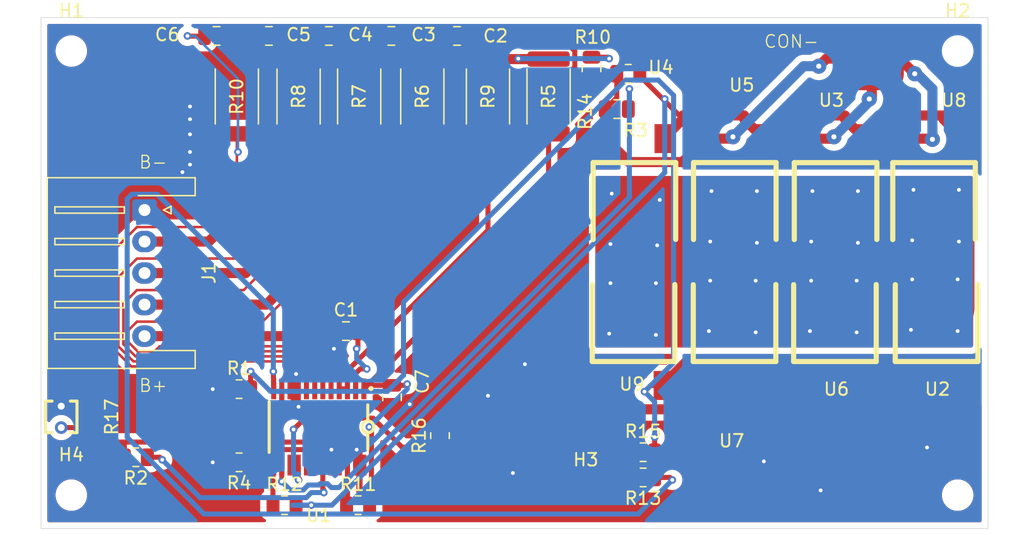
<source format=kicad_pcb>
(kicad_pcb (version 20240108) (generator "pcbnew") (generator_version "8.0")
  (layers (0 "F.Cu" signal) (31 "B.Cu" signal) (34 "B.Paste" user) (35 "F.Paste" user) (36 "B.SilkS" user "B.Silkscreen") (37 "F.SilkS" user "F.Silkscreen") (38 "B.Mask" user) (39 "F.Mask" user) (44 "Edge.Cuts" user))
  (net 0 "")
  (net 1 "GND")
  (net 2 "Net-(U1-AVDD)")
  (net 3 "Net-(U1-VC4)")
  (net 4 "Net-(U1-VC3)")
  (net 5 "Net-(U1-VC2)")
  (net 6 "Net-(U1-VC1)")
  (net 7 "Net-(U1-VC0)")
  (net 8 "Net-(U1-VDD)")
  (net 9 "Net-(J1-Pin_2)")
  (net 10 "Pack+")
  (net 11 "Net-(J1-Pin_4)")
  (net 12 "Net-(J1-Pin_3)")
  (net 13 "Net-(U1-SRN)")
  (net 14 "Net-(U1-TS)")
  (net 15 "Net-(U1-VTB)")
  (net 16 "Net-(U1-LD)")
  (net 17 "Pack-")
  (net 18 "Net-(U1-OCDP)")
  (net 19 "Net-(U1-PRES)")
  (net 20 "Net-(U1-CHG)")
  (net 21 "Net-(U3-G)")
  (net 22 "Net-(U1-DSG)")
  (net 23 "Net-(U2-G)")
  (net 24 "Net-(U1-CBI)")
  (net 27 "D")
  (footprint "easyeda2kicad:TSSOP-24_L7.8-W4.4-P0.65-LS6.4-BL" (layer "F.Cu") (at 62 72.2 180)
    (property "Reference" "U1")
    (property "Value" "BQ7791500PWR")
  )
  (footprint "Resistor_SMD:R_0805_2012Metric" (layer "F.Cu") (at 55.6875 75 180)
    (property "Reference" "R4")
    (property "Value" "100k")
  )
  (footprint "Resistor_SMD:R_2512_6332Metric" (layer "F.Cu") (at 60.4 46 -90)
    (property "Reference" "R8")
    (property "Value" "1k")
  )
  (footprint "easyeda2kicad:TO-252-3_L6.5-W6.1-P4.58-LS9.9-BR" (layer "F.Cu") (at 102.88 65.78 -90)
    (property "Reference" "U6")
    (property "Value" "IRFR3707ZTRPBF-VB")
  )
  (footprint "Pegoku:TestPoint" (layer "F.Cu") (at 103.33575 45.5)
    (property "Reference" "TP2" (hide yes))
    (property "Value" "TestPoint")
  )
  (footprint "easyeda2kicad:TO-252-3_L6.5-W6.1-P4.58-LS9.9-BR" (layer "F.Cu") (at 94.93 65.78 -90)
    (property "Reference" "U7")
    (property "Value" "IRFR3707ZTRPBF-VB")
  )
  (footprint "MountingHole:MountingHole_2mm" (layer "F.Cu") (at 112.6 77.6)
    (property "Reference" "H3")
    (property "Value" "MountingHole")
  )
  (footprint "Resistor_SMD:R_0805_2012Metric" (layer "F.Cu") (at 87.6875 74.2)
    (property "Reference" "R15")
    (property "Value" "1M")
  )
  (footprint "MountingHole:MountingHole_2mm" (layer "F.Cu") (at 112.6 42.4)
    (property "Reference" "H2")
    (property "Value" "MountingHole")
  )
  (footprint "easyeda2kicad:TO-252-3_L6.5-W6.1-P4.58-LS9.9-BR" (layer "F.Cu") (at 94.95 52.47 90)
    (property "Reference" "U5")
    (property "Value" "IRFR3707ZTRPBF-VB")
  )
  (footprint "MountingHole:MountingHole_2mm" (layer "F.Cu") (at 42.4 42.4)
    (property "Reference" "H1")
    (property "Value" "MountingHole")
  )
  (footprint "Resistor_SMD:R_0805_2012Metric" (layer "F.Cu") (at 71.6 72.8875 90)
    (property "Reference" "R16")
    (property "Value" "10k")
  )
  (footprint "Resistor_SMD:R_0805_2012Metric" (layer "F.Cu") (at 83.6 43.8 -90)
    (property "Reference" "R10")
    (property "Value" "1k")
  )
  (footprint "easyeda2kicad:RES-TH_L2.5-W2.5-P1.70-D0.3" (layer "F.Cu") (at 41.6 71.4 -90)
    (property "Reference" "R17")
    (property "Value" "MF52A1103F3950(P334-4)")
  )
  (footprint "easyeda2kicad:TO-252-3_L6.5-W6.1-P4.58-LS9.9-BR" (layer "F.Cu") (at 102.93 52.475 90)
    (property "Reference" "U3")
    (property "Value" "IRFR3707ZTRPBF-VB")
  )
  (footprint "Resistor_SMD:R_2512_6332Metric" (layer "F.Cu") (at 75.4 46 -90)
    (property "Reference" "R9")
    (property "Value" "1k")
  )
  (footprint "Resistor_SMD:R_0805_2012Metric" (layer "F.Cu") (at 59.2875 78.4)
    (property "Reference" "R12")
    (property "Value" "1k")
  )
  (footprint "Resistor_SMD:R_2512_6332Metric" (layer "F.Cu") (at 80.2 46 -90)
    (property "Reference" "R5")
    (property "Value" "1k")
  )
  (footprint "Capacitor_SMD:C_0805_2012Metric" (layer "F.Cu") (at 64.15 64.6)
    (property "Reference" "C1")
    (property "Value" "1uF")
  )
  (footprint "MountingHole:MountingHole_2mm" (layer "F.Cu") (at 42.4 77.6)
    (property "Reference" "H4")
    (property "Value" "MountingHole")
  )
  (footprint "easyeda2kicad:TO-252-3_L6.5-W6.1-P4.58-LS9.9-BR" (layer "F.Cu") (at 87 52.47 90)
    (property "Reference" "U4")
    (property "Value" "IRFR3707ZTRPBF-VB")
  )
  (footprint "Resistor_SMD:R_0805_2012Metric" (layer "F.Cu") (at 86.5125 44.2 180)
    (property "Reference" "R14")
    (property "Value" "1M")
  )
  (footprint "Capacitor_SMD:C_0805_2012Metric" (layer "F.Cu") (at 58.05 41.2)
    (property "Reference" "C5")
    (property "Value" "0.1uF")
  )
  (footprint "easyeda2kicad:TO-252-3_L6.5-W6.1-P4.58-LS9.9-BR" (layer "F.Cu") (at 110.93 65.78 -90)
    (property "Reference" "U2")
    (property "Value" "IRFR3707ZTRPBF-VB")
  )
  (footprint "Resistor_SMD:R_2512_6332Metric" (layer "F.Cu") (at 70.2 46 -90)
    (property "Reference" "R6")
    (property "Value" "1k")
  )
  (footprint "Capacitor_SMD:C_0805_2012Metric" (layer "F.Cu") (at 62.8 41.2)
    (property "Reference" "C4")
    (property "Value" "0.1uF")
  )
  (footprint "Resistor_SMD:R_0805_2012Metric" (layer "F.Cu") (at 87.6875 76.2 180)
    (property "Reference" "R13")
    (property "Value" "4.5k")
  )
  (footprint "Resistor_SMD:R_2512_6332Metric" (layer "F.Cu") (at 65.2 46 -90)
    (property "Reference" "R7")
    (property "Value" "1k")
  )
  (footprint "Resistor_SMD:R_2512_6332Metric" (layer "F.Cu") (at 55.51 46 -90)
    (property "Reference" "R10")
    (property "Value" "1k")
  )
  (footprint "Resistor_SMD:R_0805_2012Metric" (layer "F.Cu") (at 65.1125 78.4)
    (property "Reference" "R11")
    (property "Value" "10k")
  )
  (footprint "easyeda2kicad:TO-252-3_L6.5-W6.1-P4.58-LS9.9-BR" (layer "F.Cu") (at 110.73 52.475 90)
    (property "Reference" "U8")
    (property "Value" "IRFR3707ZTRPBF-VB")
  )
  (footprint "Connector_JST:JST_XH_S5B-XH-A-1_1x05_P2.50mm_Horizontal" (layer "F.Cu") (at 48.2 55 -90)
    (property "Reference" "J1")
    (property "Value" "Conn_01x05")
  )
  (footprint "Capacitor_SMD:C_0805_2012Metric" (layer "F.Cu") (at 72.95 41.2)
    (property "Reference" "C2")
    (property "Value" "0.1uF")
  )
  (footprint "Capacitor_SMD:C_0805_2012Metric" (layer "F.Cu") (at 67.8 69.85 90)
    (property "Reference" "C7")
    (property "Value" "1uF")
  )
  (footprint "Resistor_SMD:R_0805_2012Metric" (layer "F.Cu") (at 55.6875 69.2)
    (property "Reference" "R1")
    (property "Value" "R")
  )
  (footprint "Capacitor_SMD:C_0805_2012Metric" (layer "F.Cu") (at 67.75 41.2)
    (property "Reference" "C3")
    (property "Value" "0.1uF")
  )
  (footprint "Resistor_SMD:R_0805_2012Metric" (layer "F.Cu") (at 47.5125 74.6 180)
    (property "Reference" "R2")
    (property "Value" "10k")
  )
  (footprint "Capacitor_SMD:C_0805_2012Metric" (layer "F.Cu") (at 53.9 41.2)
    (property "Reference" "C6")
    (property "Value" "0.1uF")
  )
  (footprint "Resistor_SMD:R_0805_2012Metric" (layer "F.Cu") (at 85.6 47 180)
    (property "Reference" "R3")
    (property "Value" "470k")
  )
  (footprint "easyeda2kicad:TO-252-3_L6.5-W6.1-P4.58-LS9.9-BR" (layer "F.Cu") (at 86.93 65.78 -90)
    (property "Reference" "U9")
    (property "Value" "IRFR3707ZTRPBF-VB")
  )
  (gr_rect (start 40 39.75) (end 115 80.25) (stroke (width 0.05)) (fill none) (layer "Edge.Cuts"))
  (gr_text "B-\n\n\n\n\n\n\n\n\n\n\nB+" (at 47.7 69.5 0) (layer "F.SilkS") (effects (font (size 1 1) (thickness 0.1)) (justify left bottom)))
  (gr_text "CON-\n" (at 97.2 42.225 0) (layer "F.SilkS") (effects (font (size 1 1) (thickness 0.1)) (justify left bottom)))
  (segment (start 57.1 41.2) (end 57.1 41.4475) (width 0.4) (layer "F.Cu") (net 1))
  (segment (start 62.97 75.22) (end 62.97 74.03) (width 0.2) (layer "F.Cu") (net 1))
  (segment (start 54.775 75) (end 53.6 75) (width 0.4) (layer "F.Cu") (net 1))
  (segment (start 51.8 51.4) (end 51.2 52) (width 0.8) (layer "F.Cu") (net 1))
  (segment (start 64.92 74.08) (end 65 74) (width 0.4) (layer "F.Cu") (net 1))
  (segment (start 51.8 50.4) (end 51.8 51.4) (width 0.8) (layer "F.Cu") (net 1))
  (segment (start 51.8 47.8) (end 51.8 49) (width 0.8) (layer "F.Cu") (net 1))
  (segment (start 51.8 46.7475) (end 51.8 46.8) (width 0.8) (layer "F.Cu") (net 1))
  (segment (start 70.375 71.975) (end 69 70.6) (width 0.4) (layer "F.Cu") (net 1))
  (segment (start 54.775 69.2) (end 53.6 69.2) (width 0.4) (layer "F.Cu") (net 1))
  (segment (start 60.37 69.18) (end 60.37 70.57) (width 0.4) (layer "F.Cu") (net 1))
  (segment (start 54.85 41.22) (end 57.08 41.22) (width 0.4) (layer "F.Cu") (net 1))
  (segment (start 55.51 43.0375) (end 51.8 46.7475) (width 0.8) (layer "F.Cu") (net 1))
  (segment (start 71.6 71.975) (end 70.375 71.975) (width 0.4) (layer "F.Cu") (net 1))
  (segment (start 60.37 69.18) (end 60.37 68.17) (width 0.4) (layer "F.Cu") (net 1))
  (segment (start 63.2 64.6) (end 63.2 66) (width 0.4) (layer "F.Cu") (net 1))
  (segment (start 69.2 70.4) (end 69 70.6) (width 0.4) (layer "F.Cu") (net 1))
  (segment (start 51.2 52) (end 48.2 55) (width 0.8) (layer "F.Cu") (net 1))
  (segment (start 57.08 41.22) (end 57.1 41.2) (width 0.4) (layer "F.Cu") (net 1))
  (segment (start 65.57 75.22) (end 64.92 75.22) (width 0.4) (layer "F.Cu") (net 1))
  (segment (start 51.8 49) (end 51.8 50.4) (width 0.8) (layer "F.Cu") (net 1))
  (segment (start 67.8 70.8) (end 68.8 70.8) (width 0.4) (layer "F.Cu") (net 1))
  (segment (start 52.25 70.55) (end 53.6 69.2) (width 0.4) (layer "F.Cu") (net 1))
  (segment (start 51.8 46.8) (end 51.8 47.8) (width 0.8) (layer "F.Cu") (net 1))
  (segment (start 68.8 70.8) (end 69.2 70.4) (width 0.4) (layer "F.Cu") (net 1))
  (segment (start 57.1 41.4475) (end 55.51 43.0375) (width 0.4) (layer "F.Cu") (net 1))
  (segment (start 62.97 74.03) (end 63 74) (width 0.2) (layer "F.Cu") (net 1))
  (segment (start 60.37 68.17) (end 60.2 68) (width 0.4) (layer "F.Cu") (net 1))
  (segment (start 60.37 69.18) (end 59.72 69.18) (width 0.4) (layer "F.Cu") (net 1))
  (segment (start 64.92 75.22) (end 64.92 74.08) (width 0.4) (layer "F.Cu") (net 1))
  (segment (start 41.6 70.55) (end 52.25 70.55) (width 0.4) (layer "F.Cu") (net 1))
  (segment (start 60.37 70.57) (end 60.4 70.6) (width 0.4) (layer "F.Cu") (net 1))
  (via (at 101.75 77.225) (size 0.6) (drill 0.3) (layers "F.Cu" "B.Cu") (net 1))
  (via (at 63.2 66) (size 0.6) (drill 0.3) (layers "F.Cu" "B.Cu") (net 1))
  (via (at 51.8 47.8) (size 0.6) (drill 0.3) (layers "F.Cu" "B.Cu") (net 1))
  (via (at 63 74) (size 0.6) (drill 0.3) (layers "F.Cu" "B.Cu") (net 1))
  (via (at 65 74) (size 0.6) (drill 0.3) (layers "F.Cu" "B.Cu") (net 1))
  (via (at 110.175 73.825) (size 0.6) (drill 0.3) (layers "F.Cu" "B.Cu") (net 1))
  (via (at 51.8 49) (size 0.6) (drill 0.3) (layers "F.Cu" "B.Cu") (net 1))
  (via (at 53.6 69.2) (size 0.6) (drill 0.3) (layers "F.Cu" "B.Cu") (net 1))
  (via (at 78.325 67.225) (size 0.6) (drill 0.3) (layers "F.Cu" "B.Cu") (net 1))
  (via (at 51.8 46.8) (size 0.6) (drill 0.3) (layers "F.Cu" "B.Cu") (net 1))
  (via (at 51.8 51.4) (size 0.6) (drill 0.3) (layers "F.Cu" "B.Cu") (net 1))
  (via (at 77.375 75.85) (size 0.6) (drill 0.3) (layers "F.Cu" "B.Cu") (net 1))
  (via (at 69.2 70.4) (size 0.6) (drill 0.3) (layers "F.Cu" "B.Cu") (net 1))
  (via (at 60.2 68) (size 0.6) (drill 0.3) (layers "F.Cu" "B.Cu") (net 1))
  (via (at 75.4 69.725) (size 0.6) (drill 0.3) (layers "F.Cu" "B.Cu") (net 1))
  (via (at 51.2 52) (size 0.6) (drill 0.3) (layers "F.Cu" "B.Cu") (net 1))
  (via (at 53.6 75) (size 0.6) (drill 0.3) (layers "F.Cu" "B.Cu") (net 1))
  (via (at 97.25 74.925) (size 0.6) (drill 0.3) (layers "F.Cu" "B.Cu") (net 1))
  (via (at 51.8 50.4) (size 0.6) (drill 0.3) (layers "F.Cu" "B.Cu") (net 1))
  (via (at 60.4 70.6) (size 0.6) (drill 0.3) (layers "F.Cu" "B.Cu") (net 1))
  (segment (start 53.6 60.4) (end 48.2 55) (width 0.4) (layer "B.Cu") (net 1))
  (segment (start 53.6 75) (end 53.6 69.6) (width 0.4) (layer "B.Cu") (net 1))
  (segment (start 61.2 68) (end 60.2 68) (width 0.4) (layer "B.Cu") (net 1))
  (segment (start 60.4 70.6) (end 55 70.6) (width 0.4) (layer "B.Cu") (net 1))
  (segment (start 64.4 74) (end 65.6 74) (width 0.4) (layer "B.Cu") (net 1))
  (segment (start 55 70.6) (end 53.6 69.2) (width 0.2) (layer "B.Cu") (net 1))
  (segment (start 53.6 69.2) (end 53.6 60.4) (width 0.4) (layer "B.Cu") (net 1))
  (segment (start 53.6 69.6) (end 53.6 69.2) (width 0.4) (layer "B.Cu") (net 1))
  (segment (start 63 74) (end 59.6 70.6) (width 0.4) (layer "B.Cu") (net 1))
  (segment (start 64.4 74) (end 63.6 74) (width 0.4) (layer "B.Cu") (net 1))
  (segment (start 53.6 69.6) (end 54 69.6) (width 0.4) (layer "B.Cu") (net 1))
  (segment (start 65.6 74) (end 69.2 70.4) (width 0.4) (layer "B.Cu") (net 1))
  (segment (start 63.2 66) (end 61.2 68) (width 0.4) (layer "B.Cu") (net 1))
  (segment (start 59.6 70.6) (end 55 70.6) (width 0.2) (layer "B.Cu") (net 1))
  (segment (start 63.6 74) (end 63 74) (width 0.4) (layer "B.Cu") (net 1))
  (segment (start 59.6 70.6) (end 60.4 70.6) (width 0.2) (layer "B.Cu") (net 1))
  (segment (start 54 69.6) (end 55 70.6) (width 0.4) (layer "B.Cu") (net 1))
  (segment (start 65 74) (end 64.4 74) (width 0.4) (layer "B.Cu") (net 1))
  (segment (start 65.1 65.9) (end 65 66) (width 0.4) (layer "F.Cu") (net 2))
  (segment (start 64.92 67.955) (end 65.275 67.6) (width 0.4) (layer "F.Cu") (net 2))
  (segment (start 64.92 69.18) (end 64.92 67.955) (width 0.4) (layer "F.Cu") (net 2))
  (segment (start 65.275 67.6) (end 65.8 67.6) (width 0.4) (layer "F.Cu") (net 2))
  (segment (start 65.1 64.6) (end 65.1 65.9) (width 0.4) (layer "F.Cu") (net 2))
  (via (at 65.8 67.6) (size 0.6) (drill 0.3) (layers "F.Cu" "B.Cu") (net 2))
  (via (at 65 66) (size 0.6) (drill 0.3) (layers "F.Cu" "B.Cu") (net 2))
  (segment (start 65 66.8) (end 65.8 67.6) (width 0.4) (layer "B.Cu") (net 2))
  (segment (start 65 66) (end 65 66.8) (width 0.4) (layer "B.Cu") (net 2))
  (segment (start 75.4 48.9625) (end 75.4 56.6) (width 0.4) (layer "F.Cu") (net 3))
  (segment (start 81.076166 41.2) (end 82.275 42.398834) (width 0.4) (layer "F.Cu") (net 3))
  (segment (start 64.27 67.73) (end 64.27 69.18) (width 0.4) (layer "F.Cu") (net 3))
  (segment (start 73.9 41.2) (end 81.076166 41.2) (width 0.4) (layer "F.Cu") (net 3))
  (segment (start 75.4 56.6) (end 64.27 67.73) (width 0.4) (layer "F.Cu") (net 3))
  (segment (start 76.988666 48.9625) (end 75.4 48.9625) (width 0.4) (layer "F.Cu") (net 3))
  (segment (start 82.275 42.398834) (end 82.275 43.676166) (width 0.4) (layer "F.Cu") (net 3))
  (segment (start 64.27 69.18) (end 63.62 69.18) (width 0.4) (layer "F.Cu") (net 3))
  (segment (start 82.275 43.676166) (end 76.988666 48.9625) (width 0.4) (layer "F.Cu") (net 3))
  (segment (start 47.648654 66.2) (end 49 66.2) (width 0.2) (layer "F.Cu") (net 4))
  (segment (start 62 65.8) (end 62.97 66.77) (width 0.2) (layer "F.Cu") (net 4))
  (segment (start 72.288064 44.688065) (end 70.2 46.776129) (width 0.4) (layer "F.Cu") (net 4))
  (segment (start 46.925 64.523654) (end 46.925 65.476346) (width 0.2) (layer "F.Cu") (net 4))
  (segment (start 46.925 65.476346) (end 47.648654 66.2) (width 0.2) (layer "F.Cu") (net 4))
  (segment (start 70.2 48.9625) (end 70.2 50.8) (width 0.2) (layer "F.Cu") (net 4))
  (segment (start 71.076166 41.2) (end 72.288064 42.411898) (width 0.4) (layer "F.Cu") (net 4))
  (segment (start 70.2 50.8) (end 70 51) (width 0.2) (layer "F.Cu") (net 4))
  (segment (start 47.598654 63.85) (end 46.925 64.523654) (width 0.2) (layer "F.Cu") (net 4))
  (segment (start 70.8 41.2) (end 72 41.2) (width 0.4) (layer "F.Cu") (net 4))
  (segment (start 49.4 65.8) (end 62 65.8) (width 0.2) (layer "F.Cu") (net 4))
  (segment (start 70.2 46.776129) (end 70.2 48.9625) (width 0.4) (layer "F.Cu") (net 4))
  (segment (start 70 51.4) (end 57.55 63.85) (width 0.2) (layer "F.Cu") (net 4))
  (segment (start 49 66.2) (end 49.4 65.8) (width 0.2) (layer "F.Cu") (net 4))
  (segment (start 62.97 66.77) (end 62.97 69.18) (width 0.2) (layer "F.Cu") (net 4))
  (segment (start 68.7 41.2) (end 70.8 41.2) (width 0.4) (layer "F.Cu") (net 4))
  (segment (start 70.8 41.2) (end 71.076166 41.2) (width 0.4) (layer "F.Cu") (net 4))
  (segment (start 72.288064 42.411898) (end 72.288064 44.688065) (width 0.4) (layer "F.Cu") (net 4))
  (segment (start 70 51) (end 70 51.4) (width 0.2) (layer "F.Cu") (net 4))
  (segment (start 57.55 63.85) (end 47.598654 63.85) (width 0.2) (layer "F.Cu") (net 4))
  (segment (start 65.2 46.8) (end 65.2 48.9625) (width 0.4) (layer "F.Cu") (net 5))
  (segment (start 56.05 61.35) (end 65.2 52.2) (width 0.2) (layer "F.Cu") (net 5))
  (segment (start 46.525 62.423654) (end 47.598654 61.35) (width 0.2) (layer "F.Cu") (net 5))
  (segment (start 46.525 65.642032) (end 46.525 62.423654) (width 0.2) (layer "F.Cu") (net 5))
  (segment (start 67.275 44.725) (end 65.2 46.8) (width 0.4) (layer "F.Cu") (net 5))
  (segment (start 66.8 41.2) (end 63.75 41.2) (width 0.4) (layer "F.Cu") (net 5))
  (segment (start 65.2 52.2) (end 65.2 48.9625) (width 0.2) (layer "F.Cu") (net 5))
  (segment (start 47.598654 61.35) (end 56.05 61.35) (width 0.2) (layer "F.Cu") (net 5))
  (segment (start 62.32 69.18) (end 62.32 66.92) (width 0.2) (layer "F.Cu") (net 5))
  (segment (start 49.565686 66.2) (end 49.165686 66.6) (width 0.2) (layer "F.Cu") (net 5))
  (segment (start 62.32 66.92) (end 61.6 66.2) (width 0.2) (layer "F.Cu") (net 5))
  (segment (start 61.6 66.2) (end 49.565686 66.2) (width 0.2) (layer "F.Cu") (net 5))
  (segment (start 63.75 41.2) (end 66.076166 41.2) (width 0.4) (layer "F.Cu") (net 5))
  (segment (start 49.165686 66.6) (end 47.482968 66.6) (width 0.2) (layer "F.Cu") (net 5))
  (segment (start 67.275 42.398834) (end 67.275 44.725) (width 0.4) (layer "F.Cu") (net 5))
  (segment (start 47.482968 66.6) (end 46.525 65.642032) (width 0.2) (layer "F.Cu") (net 5))
  (segment (start 66.076166 41.2) (end 67.275 42.398834) (width 0.4) (layer "F.Cu") (net 5))
  (segment (start 62.475 44.631129) (end 60.4 46.706129) (width 0.4) (layer "F.Cu") (net 6))
  (segment (start 56.36005 58.85) (end 60.4 54.81005) (width 0.2) (layer "F.Cu") (net 6))
  (segment (start 61.68 67.28) (end 61 66.6) (width 0.2) (layer "F.Cu") (net 6))
  (segment (start 61.85 41.2) (end 59 41.2) (width 0.4) (layer "F.Cu") (net 6))
  (segment (start 60.4 54.81005) (end 60.4 48.9625) (width 0.2) (layer "F.Cu") (net 6))
  (segment (start 62.475 41.825) (end 62.475 44.631129) (width 0.4) (layer "F.Cu") (net 6))
  (segment (start 61.85 41.2) (end 62.475 41.825) (width 0.4) (layer "F.Cu") (net 6))
  (segment (start 47.598654 58.85) (end 56.36005 58.85) (width 0.2) (layer "F.Cu") (net 6))
  (segment (start 61.68 69.18) (end 61.68 67.28) (width 0.2) (layer "F.Cu") (net 6))
  (segment (start 49.331372 67) (end 47.317282 67) (width 0.2) (layer "F.Cu") (net 6))
  (segment (start 46.125 65.807718) (end 46.125 60.323654) (width 0.2) (layer "F.Cu") (net 6))
  (segment (start 61 66.6) (end 49.731372 66.6) (width 0.2) (layer "F.Cu") (net 6))
  (segment (start 60.4 46.706129) (end 60.4 48.9625) (width 0.4) (layer "F.Cu") (net 6))
  (segment (start 47.317282 67) (end 46.125 65.807718) (width 0.2) (layer "F.Cu") (net 6))
  (segment (start 46.125 60.323654) (end 47.598654 58.85) (width 0.2) (layer "F.Cu") (net 6))
  (segment (start 49.731372 66.6) (end 49.331372 67) (width 0.2) (layer "F.Cu") (net 6))
  (segment (start 61.02 67.42) (end 61.02 69.18) (width 0.2) (layer "F.Cu") (net 7))
  (segment (start 49.497057 67.4) (end 49.897057 67) (width 0.2) (layer "F.Cu") (net 7))
  (segment (start 47.151596 67.4) (end 49.497057 67.4) (width 0.2) (layer "F.Cu") (net 7))
  (segment (start 60.6 67) (end 61.02 67.42) (width 0.2) (layer "F.Cu") (net 7))
  (segment (start 45.725 58.223654) (end 45.725 65.973404) (width 0.2) (layer "F.Cu") (net 7))
  (segment (start 55.51 50.49) (end 55.51 53.69) (width 0.2) (layer "F.Cu") (net 7))
  (segment (start 49.897057 67) (end 60.6 67) (width 0.2) (layer "F.Cu") (net 7))
  (segment (start 55.51 48.9625) (end 55.51 50.31) (width 0.2) (layer "F.Cu") (net 7))
  (segment (start 55.6 50.4) (end 55.51 50.49) (width 0.2) (layer "F.Cu") (net 7))
  (segment (start 51.62 41.22) (end 51.6 41.2) (width 0.4) (layer "F.Cu") (net 7))
  (segment (start 45.725 65.973404) (end 47.151596 67.4) (width 0.2) (layer "F.Cu") (net 7))
  (segment (start 52.85 56.35) (end 47.598654 56.35) (width 0.2) (layer "F.Cu") (net 7))
  (segment (start 52.95 41.22) (end 51.62 41.22) (width 0.4) (layer "F.Cu") (net 7))
  (segment (start 55.51 50.31) (end 55.6 50.4) (width 0.2) (layer "F.Cu") (net 7))
  (segment (start 55.51 53.69) (end 52.85 56.35) (width 0.2) (layer "F.Cu") (net 7))
  (segment (start 47.598654 56.35) (end 45.725 58.223654) (width 0.2) (layer "F.Cu") (net 7))
  (via (at 51.6 41.2) (size 0.6) (drill 0.3) (layers "F.Cu" "B.Cu") (net 7))
  (via (at 55.6 50.4) (size 0.6) (drill 0.3) (layers "F.Cu" "B.Cu") (net 7))
  (segment (start 52.2 41.2) (end 51.6 41.2) (width 0.2) (layer "B.Cu") (net 7))
  (segment (start 55.6 50.4) (end 55.6 44.6) (width 0.2) (layer "B.Cu") (net 7))
  (segment (start 55.6 44.6) (end 52.2 41.2) (width 0.2) (layer "B.Cu") (net 7))
  (segment (start 83.6 44.7125) (end 83.6 45.5625) (width 0.8) (layer "F.Cu") (net 8))
  (segment (start 66.17 78.255) (end 66.17 72.37) (width 0.4) (layer "F.Cu") (net 8))
  (segment (start 80.2 48.9625) (end 80.2 54.55) (width 0.4) (layer "F.Cu") (net 8))
  (segment (start 67.8 68.9) (end 68.9 68.9) (width 0.4) (layer "F.Cu") (net 8))
  (segment (start 65.85 68.9) (end 65.57 69.18) (width 0.4) (layer "F.Cu") (net 8))
  (segment (start 68.9 68.9) (end 69 68.8) (width 0.4) (layer "F.Cu") (net 8))
  (segment (start 83.6 45.5625) (end 80.2 48.9625) (width 0.8) (layer "F.Cu") (net 8))
  (segment (start 66.025 78.4) (end 66.17 78.255) (width 0.4) (layer "F.Cu") (net 8))
  (segment (start 66.17 72.37) (end 66 72.2) (width 0.4) (layer "F.Cu") (net 8))
  (segment (start 67.8 68.9) (end 65.85 68.9) (width 0.4) (layer "F.Cu") (net 8))
  (segment (start 80.2 54.55) (end 65.57 69.18) (width 0.4) (layer "F.Cu") (net 8))
  (via (at 66 72.2) (size 0.6) (drill 0.3) (layers "F.Cu" "B.Cu") (net 8))
  (via (at 69 68.8) (size 0.6) (drill 0.3) (layers "F.Cu" "B.Cu") (net 8))
  (segment (start 69 69.2) (end 69 68.8) (width 0.4) (layer "B.Cu") (net 8))
  (segment (start 66 72.2) (end 69 69.2) (width 0.4) (layer "B.Cu") (net 8))
  (segment (start 57.8 52.989214) (end 53.289214 57.5) (width 0.8) (layer "F.Cu") (net 9))
  (segment (start 57.8 51.6) (end 57.8 52.989214) (width 0.8) (layer "F.Cu") (net 9))
  (segment (start 60.4 43.0375) (end 57.8 45.6375) (width 0.8) (layer "F.Cu") (net 9))
  (segment (start 57.8 45.6375) (end 57.8 51.6) (width 0.8) (layer "F.Cu") (net 9))
  (segment (start 53.289214 57.5) (end 48.2 57.5) (width 0.8) (layer "F.Cu") (net 9))
  (segment (start 60.34651 65) (end 72.795 52.55151) (width 0.8) (layer "F.Cu") (net 10))
  (segment (start 75.4 43.0375) (end 77.7625 43.0375) (width 0.4) (layer "F.Cu") (net 10))
  (segment (start 77.8375 43.0375) (end 80.2 43.0375) (width 0.4) (layer "F.Cu") (net 10))
  (segment (start 83.6 42.8875) (end 84.8875 42.8875) (width 0.4) (layer "F.Cu") (net 10))
  (segment (start 84.8875 42.8875) (end 85 43) (width 0.4) (layer "F.Cu") (net 10))
  (segment (start 72.795 52.55151) (end 72.795 45.3125) (width 0.8) (layer "F.Cu") (net 10))
  (segment (start 48.2 65) (end 60.34651 65) (width 0.8) (layer "F.Cu") (net 10))
  (segment (start 72.795 45.3125) (end 75.07 43.0375) (width 0.8) (layer "F.Cu") (net 10))
  (segment (start 79.9625 43.0375) (end 80 43.075) (width 0.8) (layer "F.Cu") (net 10))
  (segment (start 75.07 43.0375) (end 80.2 43.0375) (width 0.8) (layer "F.Cu") (net 10))
  (segment (start 77.7625 43.0375) (end 77.8 43) (width 0.4) (layer "F.Cu") (net 10))
  (segment (start 77.8 43) (end 77.8375 43.0375) (width 0.4) (layer "F.Cu") (net 10))
  (via (at 77.8 43) (size 0.6) (drill 0.3) (layers "F.Cu" "B.Cu") (net 10))
  (via (at 85 43) (size 0.6) (drill 0.3) (layers "F.Cu" "B.Cu") (net 10))
  (segment (start 77.8 43) (end 85 43) (width 0.4) (layer "B.Cu") (net 10))
  (segment (start 57.84651 62.5) (end 48.2 62.5) (width 0.8) (layer "F.Cu") (net 11))
  (segment (start 70.2 43.0375) (end 67.925 45.3125) (width 0.8) (layer "F.Cu") (net 11))
  (segment (start 67.925 45.3125) (end 67.925 51.4) (width 0.8) (layer "F.Cu") (net 11))
  (segment (start 67.925 52.42151) (end 57.84651 62.5) (width 0.8) (layer "F.Cu") (net 11))
  (segment (start 67.925 51.4) (end 67.925 52.42151) (width 0.8) (layer "F.Cu") (net 11))
  (segment (start 62.7 45.5375) (end 62.7 51.4) (width 0.8) (layer "F.Cu") (net 12))
  (segment (start 62.7 51.4) (end 62.7 53.5) (width 0.8) (layer "F.Cu") (net 12))
  (segment (start 62.7 53.5) (end 56.2 60) (width 0.8) (layer "F.Cu") (net 12))
  (segment (start 56.2 60) (end 48.2 60) (width 0.8) (layer "F.Cu") (net 12))
  (segment (start 65.2 43.0375) (end 62.7 45.5375) (width 0.8) (layer "F.Cu") (net 12))
  (segment (start 89.22 68.91) (end 88.29 68.91) (width 0.4) (layer "F.Cu") (net 13))
  (segment (start 105.17 68.91) (end 103.26 67) (width 0.8) (layer "F.Cu") (net 13))
  (segment (start 58.8 70.405) (end 59.07 70.135) (width 0.4) (layer "F.Cu") (net 13))
  (segment (start 111.31 67) (end 107.08 67) (width 0.8) (layer "F.Cu") (net 13))
  (segment (start 113.22 68.91) (end 111.31 67) (width 0.8) (layer "F.Cu") (net 13))
  (segment (start 88.29 68.91) (end 87.8 69.4) (width 0.4) (layer "F.Cu") (net 13))
  (segment (start 56.6 69.2) (end 57.805 70.405) (width 0.4) (layer "F.Cu") (net 13))
  (segment (start 103.26 67) (end 99.13 67) (width 0.8) (layer "F.Cu") (net 13))
  (segment (start 97.22 68.91) (end 95.31 67) (width 0.8) (layer "F.Cu") (net 13))
  (segment (start 57.805 70.405) (end 58.8 70.405) (width 0.4) (layer "F.Cu") (net 13))
  (segment (start 91.13 67) (end 89.22 68.91) (width 0.8) (layer "F.Cu") (net 13))
  (segment (start 95.31 67) (end 91.13 67) (width 0.8) (layer "F.Cu") (net 13))
  (segment (start 99.13 67) (end 97.22 68.91) (width 0.8) (layer "F.Cu") (net 13))
  (segment (start 107.08 67) (end 105.17 68.91) (width 0.8) (layer "F.Cu") (net 13))
  (segment (start 88.6 74.2) (end 88.6 73) (width 0.4) (layer "F.Cu") (net 13))
  (segment (start 59.07 70.135) (end 59.07 69.18) (width 0.4) (layer "F.Cu") (net 13))
  (segment (start 56.6 69.2) (end 56.6 67.8) (width 0.4) (layer "F.Cu") (net 13))
  (via (at 87.8 69.4) (size 0.6) (drill 0.3) (layers "F.Cu" "B.Cu") (net 13))
  (via (at 88.6 73) (size 0.6) (drill 0.3) (layers "F.Cu" "B.Cu") (net 13))
  (via (at 56.6 67.8) (size 0.6) (drill 0.3) (layers "F.Cu" "B.Cu") (net 13))
  (segment (start 67.434314 69.375736) (end 68.71005 68.1) (width 0.4) (layer "B.Cu") (net 13))
  (segment (start 88.6 70.2) (end 87.8 69.4) (width 0.4) (layer "B.Cu") (net 13))
  (segment (start 68.71005 68.1) (end 68.71005 62.3) (width 0.4) (layer "B.Cu") (net 13))
  (segment (start 88.88995 44.7) (end 90.1 45.91005) (width 0.4) (layer "B.Cu") (net 13))
  (segment (start 58.175736 69.375736) (end 67.434314 69.375736) (width 0.4) (layer "B.Cu") (net 13))
  (segment (start 68.71005 62.3) (end 86.31005 44.7) (width 0.4) (layer "B.Cu") (net 13))
  (segment (start 90.1 45.91005) (end 90.1 67.1) (width 0.4) (layer "B.Cu") (net 13))
  (segment (start 86.31005 44.7) (end 88.88995 44.7) (width 0.4) (layer "B.Cu") (net 13))
  (segment (start 88.6 73) (end 88.6 70.2) (width 0.4) (layer "B.Cu") (net 13))
  (segment (start 56.6 67.8) (end 58.175736 69.375736) (width 0.4) (layer "B.Cu") (net 13))
  (segment (start 90.1 67.1) (end 87.8 69.4) (width 0.4) (layer "B.Cu") (net 13))
  (segment (start 46.6 74.6) (end 46.6 73.395) (width 0.4) (layer "F.Cu") (net 14))
  (segment (start 61.68 73.856472) (end 61.68 75.22) (width 0.4) (layer "F.Cu") (net 14))
  (segment (start 46.6 73.395) (end 61.218528 73.395) (width 0.4) (layer "F.Cu") (net 14))
  (segment (start 42.65 72.25) (end 43.795 73.395) (width 0.4) (layer "F.Cu") (net 14))
  (segment (start 41.6 72.25) (end 42.65 72.25) (width 0.4) (layer "F.Cu") (net 14))
  (segment (start 43.795 73.395) (end 46.6 73.395) (width 0.4) (layer "F.Cu") (net 14))
  (segment (start 61.218528 73.395) (end 61.68 73.856472) (width 0.4) (layer "F.Cu") (net 14))
  (segment (start 49.4 74.6) (end 49.6 74.8) (width 0.4) (layer "F.Cu") (net 15))
  (segment (start 62.32 77.12) (end 62.4 77.2) (width 0.4) (layer "F.Cu") (net 15))
  (segment (start 62.32 75.22) (end 62.32 77.12) (width 0.4) (layer "F.Cu") (net 15))
  (segment (start 48.425 74.6) (end 49.4 74.6) (width 0.4) (layer "F.Cu") (net 15))
  (via (at 49.6 74.8) (size 0.6) (drill 0.3) (layers "F.Cu" "B.Cu") (net 15))
  (via (at 62.4 77.4) (size 0.6) (drill 0.3) (layers "F.Cu" "B.Cu") (net 15))
  (segment (start 61.01005 77.8) (end 52.6 77.8) (width 0.4) (layer "B.Cu") (net 15))
  (segment (start 61.41005 77.4) (end 61.01005 77.8) (width 0.4) (layer "B.Cu") (net 15))
  (segment (start 52.6 77.8) (end 49.6 74.8) (width 0.4) (layer "B.Cu") (net 15))
  (segment (start 62.4 77.4) (end 61.41005 77.4) (width 0.4) (layer "B.Cu") (net 15))
  (segment (start 86.6 45.4) (end 86.6 46.9125) (width 0.4) (layer "F.Cu") (net 16))
  (segment (start 59.07 75.22) (end 59.07 76.53) (width 0.4) (layer "F.Cu") (net 16))
  (segment (start 86.6 46.9125) (end 86.5125 47) (width 0.4) (layer "F.Cu") (net 16))
  (segment (start 59.07 76.53) (end 59 76.6) (width 0.4) (layer "F.Cu") (net 16))
  (via (at 86.6 45.4) (size 0.6) (drill 0.3) (layers "F.Cu" "B.Cu") (net 16))
  (via (at 59.068595 76.526084) (size 0.6) (drill 0.3) (layers "F.Cu" "B.Cu") (net 16))
  (segment (start 60.761522 77.2) (end 61.161522 76.8) (width 0.4) (layer "B.Cu") (net 16))
  (segment (start 61.161522 76.8) (end 62.01005 76.8) (width 0.4) (layer "B.Cu") (net 16))
  (segment (start 59.068595 76.526084) (end 59.742511 77.2) (width 0.4) (layer "B.Cu") (net 16))
  (segment (start 62.68995 76.7) (end 62.98995 77) (width 0.4) (layer "B.Cu") (net 16))
  (segment (start 59.742511 77.2) (end 60.761522 77.2) (width 0.4) (layer "B.Cu") (net 16))
  (segment (start 62.11005 76.7) (end 62.68995 76.7) (width 0.4) (layer "B.Cu") (net 16))
  (segment (start 86.6 53.98995) (end 86.6 45.4) (width 0.4) (layer "B.Cu") (net 16))
  (segment (start 63.58995 77) (end 86.6 53.98995) (width 0.4) (layer "B.Cu") (net 16))
  (segment (start 62.01005 76.8) (end 62.11005 76.7) (width 0.4) (layer "B.Cu") (net 16))
  (segment (start 62.98995 77) (end 63.58995 77) (width 0.4) (layer "B.Cu") (net 16))
  (segment (start 92.66 49.34) (end 94.66 49.34) (width 0.8) (layer "F.Cu") (net 17))
  (segment (start 105.8 43) (end 102.2 43) (width 0.8) (layer "F.Cu") (net 17))
  (segment (start 110.6 49.6) (end 110.4 49.4) (width 0.8) (layer "F.Cu") (net 17))
  (segment (start 85.6 46.0875) (end 84.6875 47) (width 0.4) (layer "F.Cu") (net 17))
  (segment (start 105.8 43) (end 105.8 46) (width 0.8) (layer "F.Cu") (net 17))
  (segment (start 105.8 43) (end 108 43) (width 0.8) (layer "F.Cu") (net 17))
  (segment (start 105.8 46) (end 105.6 46.2) (width 0.8) (layer "F.Cu") (net 17))
  (segment (start 108.44 49.345) (end 106.69 51.095) (width 0.8) (layer "F.Cu") (net 17))
  (segment (start 106.69 51.095) (end 102.39 51.095) (width 0.8) (layer "F.Cu") (net 17))
  (segment (start 102.39 51.095) (end 100.64 49.345) (width 0.8) (layer "F.Cu") (net 17))
  (segment (start 102.8 49) (end 102.6 49.2) (width 0.8) (layer "F.Cu") (net 17))
  (segment (start 108 43) (end 109.2 44.2) (width 0.8) (layer "F.Cu") (net 17))
  (segment (start 102.8 49.2) (end 102.8 49) (width 0.8) (layer "F.Cu") (net 17))
  (segment (start 110.4 49.4) (end 110.6 49.4) (width 0.8) (layer "F.Cu") (net 17))
  (segment (start 84.6875 47) (end 84.6875 49.3175) (width 0.8) (layer "F.Cu") (net 17))
  (segment (start 102.2 43) (end 101.6 43.6) (width 0.8) (layer "F.Cu") (net 17))
  (segment (start 84.6875 49.3175) (end 84.71 49.34) (width 0.8) (layer "F.Cu") (net 17))
  (segment (start 102.455 49.345) (end 102.6 49.2) (width 0.8) (layer "F.Cu") (net 17))
  (segment (start 84.71 49.34) (end 86.57 51.2) (width 0.8) (layer "F.Cu") (net 17))
  (segment (start 94.66 49.34) (end 94.8 49.2) (width 0.8) (layer "F.Cu") (net 17))
  (segment (start 86.57 51.2) (end 90.8 51.2) (width 0.8) (layer "F.Cu") (net 17))
  (segment (start 108.44 49.345) (end 110.345 49.345) (width 0.8) (layer "F.Cu") (net 17))
  (segment (start 110.345 49.345) (end 110.4 49.4) (width 0.8) (layer "F.Cu") (net 17))
  (segment (start 110.6 49.4) (end 110.6 49.6) (width 0.8) (layer "F.Cu") (net 17))
  (segment (start 102.6 49.2) (end 102.8 49.2) (width 0.8) (layer "F.Cu") (net 17))
  (segment (start 92.66 49.34) (end 94.52 51.2) (width 0.8) (layer "F.Cu") (net 17))
  (segment (start 90.8 51.2) (end 92.66 49.34) (width 0.8) (layer "F.Cu") (net 17))
  (segment (start 100.64 49.345) (end 102.455 49.345) (width 0.8) (layer "F.Cu") (net 17))
  (segment (start 98.785 51.2) (end 100.64 49.345) (width 0.8) (layer "F.Cu") (net 17))
  (segment (start 85.6 44.2) (end 85.6 46.0875) (width 0.4) (layer "F.Cu") (net 17))
  (segment (start 94.52 51.2) (end 98.785 51.2) (width 0.8) (layer "F.Cu") (net 17))
  (via (at 110.6 49.4) (size 1.2) (drill 0.4) (layers "F.Cu" "B.Cu") (net 17))
  (via (at 109.2 44.2) (size 1.2) (drill 0.4) (layers "F.Cu" "B.Cu") (net 17))
  (via (at 101.6 43.6) (size 1.2) (drill 0.4) (layers "F.Cu" "B.Cu") (net 17))
  (via (at 102.8 49.2) (size 1.2) (drill 0.4) (layers "F.Cu" "B.Cu") (net 17))
  (via (at 105.6 46.2) (size 1.2) (drill 0.4) (layers "F.Cu" "B.Cu") (net 17))
  (via (at 94.8 49.2) (size 1.2) (drill 0.4) (layers "F.Cu" "B.Cu") (net 17))
  (segment (start 105.8 46.2) (end 105.6 46.4) (width 0.8) (layer "B.Cu") (net 17))
  (segment (start 110.6 49.4) (end 110.6 45.4) (width 0.8) (layer "B.Cu") (net 17))
  (segment (start 109.2 44.2) (end 109.2 44) (width 0.8) (layer "B.Cu") (net 17))
  (segment (start 110.6 45.4) (end 109.4 44.2) (width 0.8) (layer "B.Cu") (net 17))
  (segment (start 102.8 49.2) (end 105.6 46.4) (width 0.8) (layer "B.Cu") (net 17))
  (segment (start 105.6 46.4) (end 105.6 46.2) (width 0.8) (layer "B.Cu") (net 17))
  (segment (start 100.4 43.6) (end 101.6 43.6) (width 0.8) (layer "B.Cu") (net 17))
  (segment (start 94.8 49.2) (end 100.4 43.6) (width 0.8) (layer "B.Cu") (net 17))
  (segment (start 109.4 44.2) (end 109.2 44.2) (width 0.8) (layer "B.Cu") (net 17))
  (segment (start 105.6 46.2) (end 105.8 46.2) (width 0.8) (layer "B.Cu") (net 17))
  (segment (start 109.2 44) (end 109.4 44.2) (width 0.8) (layer "B.Cu") (net 17))
  (segment (start 60.97 73.995) (end 61.02 74.045) (width 0.4) (layer "F.Cu") (net 18))
  (segment (start 56.8 75) (end 57.805 73.995) (width 0.4) (layer "F.Cu") (net 18))
  (segment (start 57.805 73.995) (end 60.97 73.995) (width 0.4) (layer "F.Cu") (net 18))
  (segment (start 61.02 74.045) (end 61.02 75.22) (width 0.4) (layer "F.Cu") (net 18))
  (segment (start 56.6 75) (end 56.8 75) (width 0.4) (layer "F.Cu") (net 18))
  (segment (start 64.27 78.33) (end 64.27 75.22) (width 0.4) (layer "F.Cu") (net 19))
  (segment (start 64.2 78.4) (end 64.27 78.33) (width 0.4) (layer "F.Cu") (net 19))
  (segment (start 58.375 78.4) (end 58.368595 78.393595) (width 0.4) (layer "F.Cu") (net 20))
  (segment (start 58.368595 75.281405) (end 58.43 75.22) (width 0.4) (layer "F.Cu") (net 20))
  (segment (start 58.368595 78.393595) (end 58.368595 75.281405) (width 0.4) (layer "F.Cu") (net 20))
  (segment (start 98.785 47.795) (end 97.24 49.34) (width 0.8) (layer "F.Cu") (net 21))
  (segment (start 90.84 47.79) (end 89.29 49.34) (width 0.8) (layer "F.Cu") (net 21))
  (segment (start 106.77 47.795) (end 105.22 49.345) (width 0.8) (layer "F.Cu") (net 21))
  (segment (start 87.425 44.375) (end 90.84 47.79) (width 0.4) (layer "F.Cu") (net 21))
  (segment (start 87.425 44.2) (end 87.425 44.375) (width 0.4) (layer "F.Cu") (net 21))
  (segment (start 97.24 49.34) (end 95.69 47.79) (width 0.8) (layer "F.Cu") (net 21))
  (segment (start 111.47 47.505) (end 106.77 47.505) (width 0.8) (layer "F.Cu") (net 21))
  (segment (start 95.69 47.5) (end 90.84 47.5) (width 0.8) (layer "F.Cu") (net 21))
  (segment (start 103.67 47.505) (end 98.785 47.505) (width 0.8) (layer "F.Cu") (net 21))
  (segment (start 113.02 49.345) (end 111.47 47.795) (width 0.8) (layer "F.Cu") (net 21))
  (segment (start 60.2 78.4) (end 61.4 78.4) (width 0.4) (layer "F.Cu") (net 21))
  (segment (start 105.22 49.345) (end 103.67 47.795) (width 0.8) (layer "F.Cu") (net 21))
  (via (at 61.4 78.4) (size 0.6) (drill 0.3) (layers "F.Cu" "B.Cu") (net 21))
  (via (at 89.4 46.2) (size 0.6) (drill 0.3) (layers "F.Cu" "B.Cu") (net 21))
  (segment (start 59.952561 78.4) (end 63.038478 78.4) (width 0.4) (layer "B.Cu") (net 21))
  (segment (start 61.4 78.4) (end 59.952561 78.4) (width 0.4) (layer "B.Cu") (net 21))
  (segment (start 63.038478 78.4) (end 89.4 52.038478) (width 0.4) (layer "B.Cu") (net 21))
  (segment (start 89.4 52.038478) (end 89.4 46.2) (width 0.4) (layer "B.Cu") (net 21))
  (segment (start 88.6 76.2) (end 89.8 76.2) (width 0.4) (layer "F.Cu") (net 22))
  (segment (start 58.43 69.18) (end 58.4 67.8) (width 0.4) (layer "F.Cu") (net 22))
  (segment (start 58.4 67.8) (end 58.43 67.83) (width 0.4) (layer "F.Cu") (net 22))
  (segment (start 89.8 76.2) (end 90 76.4) (width 0.4) (layer "F.Cu") (net 22))
  (via (at 90 76.4) (size 0.6) (drill 0.3) (layers "F.Cu" "B.Cu") (net 22))
  (via (at 58.4 67.8) (size 0.6) (drill 0.3) (layers "F.Cu" "B.Cu") (net 22))
  (segment (start 87.3 79.1) (end 52.91005 79.1) (width 0.4) (layer "B.Cu") (net 22))
  (segment (start 58.4 62.948834) (end 58.4 67.8) (width 0.4) (layer "B.Cu") (net 22))
  (segment (start 46.825 54.123834) (end 47.198834 53.75) (width 0.4) (layer "B.Cu") (net 22))
  (segment (start 52.91005 79.1) (end 46.825 73.01495) (width 0.4) (layer "B.Cu") (net 22))
  (segment (start 49.201166 53.75) (end 58.4 62.948834) (width 0.4) (layer "B.Cu") (net 22))
  (segment (start 47.198834 53.75) (end 49.201166 53.75) (width 0.4) (layer "B.Cu") (net 22))
  (segment (start 46.825 73.01495) (end 46.825 54.123834) (width 0.4) (layer "B.Cu") (net 22))
  (segment (start 90 76.4) (end 87.3 79.1) (width 0.4) (layer "B.Cu") (net 22))
  (segment (start 94.53 70.8) (end 98.7 70.8) (width 0.8) (layer "F.Cu") (net 23))
  (segment (start 84.64 68.91) (end 86.53 70.8) (width 0.8) (layer "F.Cu") (net 23))
  (segment (start 106.75 70.8) (end 108.64 68.91) (width 0.8) (layer "F.Cu") (net 23))
  (segment (start 102.48 70.8) (end 106.75 70.8) (width 0.8) (layer "F.Cu") (net 23))
  (segment (start 100.59 68.91) (end 102.48 70.8) (width 0.8) (layer "F.Cu") (net 23))
  (segment (start 86.775 71.045) (end 86.53 70.8) (width 0.4) (layer "F.Cu") (net 23))
  (segment (start 86.53 70.8) (end 90.75 70.8) (width 0.8) (layer "F.Cu") (net 23))
  (segment (start 86.775 76.2) (end 86.775 74.2) (width 0.4) (layer "F.Cu") (net 23))
  (segment (start 86.775 74.2) (end 86.775 71.045) (width 0.4) (layer "F.Cu") (net 23))
  (segment (start 92.64 68.91) (end 94.53 70.8) (width 0.8) (layer "F.Cu") (net 23))
  (segment (start 90.75 70.8) (end 92.64 68.91) (width 0.8) (layer "F.Cu") (net 23))
  (segment (start 98.7 70.8) (end 100.59 68.91) (width 0.8) (layer "F.Cu") (net 23))
  (segment (start 60.37 76.37) (end 60.4 76.4) (width 0.4) (layer "F.Cu") (net 24))
  (segment (start 68.58995 73.8) (end 66.28995 71.5) (width 0.4) (layer "F.Cu") (net 24))
  (segment (start 66.28995 71.5) (end 60.9 71.5) (width 0.4) (layer "F.Cu") (net 24))
  (segment (start 71.6 73.8) (end 68.58995 73.8) (width 0.4) (layer "F.Cu") (net 24))
  (segment (start 60.37 75.22) (end 60.37 76.37) (width 0.4) (layer "F.Cu") (net 24))
  (segment (start 60.9 71.5) (end 60 72.4) (width 0.4) (layer "F.Cu") (net 24))
  (segment (start 60.4 76.4) (end 60.37 76.43) (width 0.4) (layer "F.Cu") (net 24))
  (via (at 60 72.4) (size 0.6) (drill 0.3) (layers "F.Cu" "B.Cu") (net 24))
  (via (at 60.4 76.4) (size 0.6) (drill 0.3) (layers "F.Cu" "B.Cu") (net 24))
  (segment (start 60.126084 75.926084) (end 60.4 75.926084) (width 0.4) (layer "B.Cu") (net 24))
  (segment (start 60 75.8) (end 60.126084 75.926084) (width 0.4) (layer "B.Cu") (net 24))
  (segment (start 60.126084 75.926084) (end 60.126084 76.126084) (width 0.4) (layer "B.Cu") (net 24))
  (segment (start 60 72.4) (end 60 75.8) (width 0.4) (layer "B.Cu") (net 24))
  (segment (start 60.126084 76.126084) (end 60.4 76.4) (width 0.4) (layer "B.Cu") (net 24))
  (segment (start 87 55.6) (end 87 62.58) (width 6) (layer "F.Cu") (net 27))
  (segment (start 102.88 55.655) (end 102.93 55.605) (width 2) (layer "F.Cu") (net 27))
  (segment (start 110.93 62.65) (end 110.93 55.805) (width 6) (layer "F.Cu") (net 27))
  (segment (start 94.93 55.62) (end 94.95 55.6) (width 2) (layer "F.Cu") (net 27))
  (segment (start 110.93 55.805) (end 110.73 55.605) (width 2) (layer "F.Cu") (net 27))
  (segment (start 94.93 62.65) (end 94.93 55.62) (width 6) (layer "F.Cu") (net 27))
  (segment (start 110.725 55.6) (end 110.73 55.605) (width 2) (layer "F.Cu") (net 27))
  (segment (start 110.93 62.65) (end 86.93 62.65) (width 6) (layer "F.Cu") (net 27))
  (segment (start 87 55.6) (end 110.725 55.6) (width 6) (layer "F.Cu") (net 27))
  (segment (start 87 62.58) (end 86.93 62.65) (width 2) (layer "F.Cu") (net 27))
  (segment (start 102.88 62.65) (end 102.88 55.655) (width 6) (layer "F.Cu") (net 27))
  (via (at 93.1 53.5) (size 0.6) (drill 0.3) (layers "F.Cu" "B.Cu") (net 27))
  (via (at 109 60.5) (size 0.6) (drill 0.3) (layers "F.Cu" "B.Cu") (net 27))
  (via (at 96.6 64.7) (size 0.6) (drill 0.3) (layers "F.Cu" "B.Cu") (net 27))
  (via (at 101 60.6) (size 0.6) (drill 0.3) (layers "F.Cu" "B.Cu") (net 27))
  (via (at 85.1 57.7) (size 0.6) (drill 0.3) (layers "F.Cu" "B.Cu") (net 27))
  (via (at 100.9 64.6) (size 0.6) (drill 0.3) (layers "F.Cu" "B.Cu") (net 27))
  (via (at 88.7 64.9) (size 0.6) (drill 0.3) (layers "F.Cu" "B.Cu") (net 27))
  (via (at 88.7 60.8) (size 0.6) (drill 0.3) (layers "F.Cu" "B.Cu") (net 27))
  (via (at 93 60.6) (size 0.6) (drill 0.3) (layers "F.Cu" "B.Cu") (net 27))
  (via (at 88.8 57.8) (size 0.6) (drill 0.3) (layers "F.Cu" "B.Cu") (net 27))
  (via (at 101 57.5) (size 0.6) (drill 0.3) (layers "F.Cu" "B.Cu") (net 27))
  (via (at 92.9 64.6) (size 0.6) (drill 0.3) (layers "F.Cu" "B.Cu") (net 27))
  (via (at 112.7 57.5) (size 0.6) (drill 0.3) (layers "F.Cu" "B.Cu") (net 27))
  (via (at 101.1 53.5) (size 0.6) (drill 0.3) (layers "F.Cu" "B.Cu") (net 27))
  (via (at 109.1 53.4) (size 0.6) (drill 0.3) (layers "F.Cu" "B.Cu") (net 27))
  (via (at 85.1 60.8) (size 0.6) (drill 0.3) (layers "F.Cu" "B.Cu") (net 27))
  (via (at 89 54.2) (size 0.6) (drill 0.3) (layers "F.Cu" "B.Cu") (net 27))
  (via (at 104.7 53.5) (size 0.6) (drill 0.3) (layers "F.Cu" "B.Cu") (net 27))
  (via (at 112.6 64.6) (size 0.6) (drill 0.3) (layers "F.Cu" "B.Cu") (net 27))
  (via (at 104.7 57.6) (size 0.6) (drill 0.3) (layers "F.Cu" "B.Cu") (net 27))
  (via (at 109 57.4) (size 0.6) (drill 0.3) (layers "F.Cu" "B.Cu") (net 27))
  (via (at 93 57.5) (size 0.6) (drill 0.3) (layers "F.Cu" "B.Cu") (net 27))
  (via (at 104.6 64.7) (size 0.6) (drill 0.3) (layers "F.Cu" "B.Cu") (net 27))
  (via (at 96.7 53.5) (size 0.6) (drill 0.3) (layers "F.Cu" "B.Cu") (net 27))
  (via (at 112.6 60.5) (size 0.6) (drill 0.3) (layers "F.Cu" "B.Cu") (net 27))
  (via (at 85 64.8) (size 0.6) (drill 0.3) (layers "F.Cu" "B.Cu") (net 27))
  (via (at 96.7 57.6) (size 0.6) (drill 0.3) (layers "F.Cu" "B.Cu") (net 27))
  (via (at 85.2 53.7) (size 0.6) (drill 0.3) (layers "F.Cu" "B.Cu") (net 27))
  (via (at 112.7 53.4) (size 0.6) (drill 0.3) (layers "F.Cu" "B.Cu") (net 27))
  (via (at 108.9 64.5) (size 0.6) (drill 0.3) (layers "F.Cu" "B.Cu") (net 27))
  (via (at 104.6 60.6) (size 0.6) (drill 0.3) (layers "F.Cu" "B.Cu") (net 27))
  (via (at 96.6 60.6) (size 0.6) (drill 0.3) (layers "F.Cu" "B.Cu") (net 27))
  (zone (net 27) (net_name "D") (layers "F&B.Cu") (priority 5) (connect_pads yes (clearance 0.5)) (min_thickness 0.25) (fill yes (thermal_gap 0.5) (thermal_bridge_width 0.5))
    (polygon (pts (xy 83.9 52.3) (xy 113.8 52.3) (xy 113.8 65.9) (xy 83.9 65.9)))
  )
  (zone (net 1) (net_name "GND") (layers "F&B.Cu") (priority 2) (connect_pads yes (clearance 0.5)) (min_thickness 0.25) (fill yes (thermal_gap 0.5) (thermal_bridge_width 0.5))
    (polygon (pts (xy 40 39.75) (xy 115 39.75) (xy 115 80.25) (xy 40 80.25)))
  )
)
</source>
